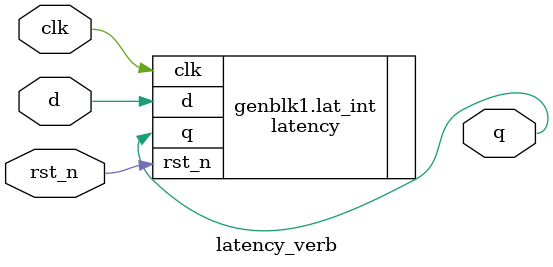
<source format=v>
/**********************************************
______________                ______________
______________ \  /\  /|\  /| ______________
______________  \/  \/ | \/ | ______________
descript:
author : Young
Version: VERB.0.0 :2015/12/1 15:06:34
	optimize long latency
creaded: 2015/12/1 15:05:58
madified:
***********************************************/
`timescale 1ns/1ps
module latency_verb #(
	parameter	LAT		= 10,
	parameter	DSIZE	= 1
)(
	input				clk		,
	input				rst_n	,
	input [DSIZE-1:0]	d		,
	output[DSIZE-1:0]	q
);

genvar II;

generate
if(LAT<40)begin
latency #(
	.LAT		(LAT		),
	.DSIZE		(DSIZE		)
)lat_int(
	.clk		(clk		),
	.rst_n		(rst_n		),
	.d			(d			),
	.q			(q			)
);
end else begin
for(II=0;II<DSIZE;II=II+1)begin:FOR_BLOCK
latency_long #(
	.LAT		(LAT		)
)lat_int(
	.clock		(clk		),
	.rst_n		(rst_n		),
	.d			(d[II]		),
	.q			(q[II]		)
);
end
end
endgenerate

endmodule

	

</source>
